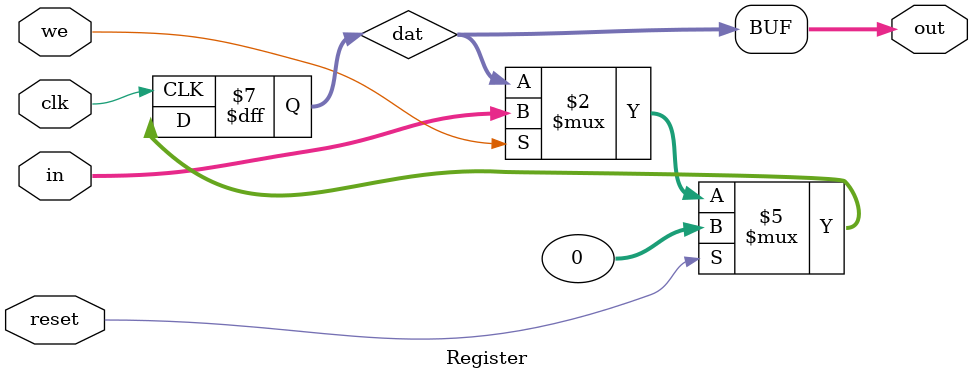
<source format=sv>
/** 
 * Flip-Flop Register with write enabling port
 * @author Fudanyrd
 */
module Register #(parameter WIDTH = 32 /*may be 64*/)
(
  input  logic clk,             // clock signal
  input  logic reset,           // initialize to 0.
  input  logic we,              // write enabled, set to be 1 if not needed!
  input  logic[WIDTH-1:0] in,   // input
  output logic[WIDTH-1:0] out   // output
);
  /** YOUR CODE HERE */
  logic[WIDTH-1:0] dat;  // will need some way to retain previous signal
  // sychronous control
  always_ff @(posedge clk)
    if (reset) dat <= '0;
    else 
    if (we)  // if write enabled.
      begin
        dat <= in;
      end
  assign out = dat;
endmodule

</source>
